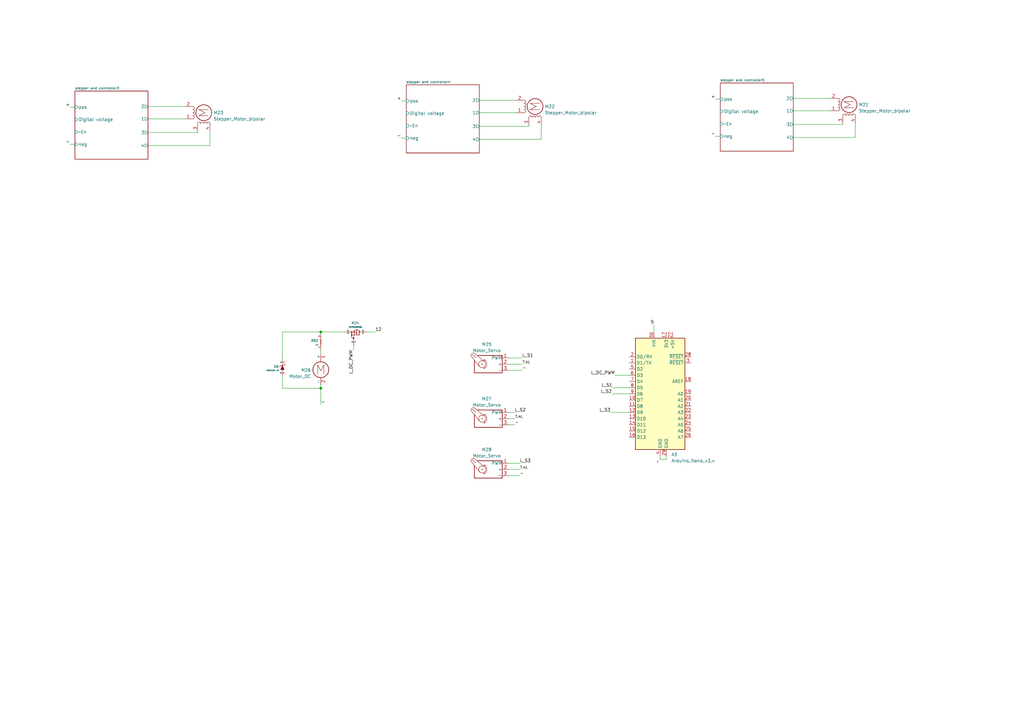
<source format=kicad_sch>
(kicad_sch (version 20211123) (generator eeschema)
  (paper "A3")
  (title_block (title "3D robot project - electronics") (rev "v0.9") (comment 1 "made by:") (comment 2 "AbdAlHaleem Bakkor Mustafa"))
  (lib_symbols
    (symbol "Diodes:RB161QS-40" (pin_names (offset 0))
      (property "Reference" "D" (at 0 2.286 0))
      (property "Value" "RB161QS-40" (at 0 -2.286 0))
      (symbol "RB161QS-40_0_1"
        (polyline (pts (xy 0.762 -0.762) (xy 0.762 0.762) (xy -1.016 0) (xy 0.762 -0.762)) (stroke (width 0.1)) (fill (type outline)))
        (polyline (pts (xy -1.524 -0.762) (xy -1.524 -1.016) (xy -1.016 -1.016) (xy -1.016 1.016) (xy -0.508 1.016) (xy -0.508 0.762)) (stroke (width 0.1524)))
      )
      (symbol "RB161QS-40_1_1"
        (pin unspecified line (at -3.556 0 0) (length 2.5) (name "N") (number "1"))
        (pin unspecified line (at 3.302 0 180) (length 2.5) (name "P") (number "2"))
      )
    )
    (symbol "E-MOSFETs:RHP020N06" (pin_names (offset 0))
      (property "Reference" "M" (at 2.286 1.016 0))
      (property "Value" "RHP020N06" (at 4.572 -0.762 0))
      (symbol "RHP020N06_0_1"
        (circle (center -2.54 -1.27) (radius 0.254) (stroke (width 0.01)) (fill (type outline)))
        (circle (center 0 -2.032) (radius 0.254) (stroke (width 0.01)) (fill (type outline)))
        (circle (center 0 -1.016) (radius 0.254) (stroke (width 0.01)) (fill (type outline)))
        (polyline (pts (xy -1.27 -1.27) (xy -2.54 -1.27)) (stroke (width 0.1524)))
        (polyline (pts (xy -1.27 -1.27) (xy -1.27 1.27)) (stroke (width 0.1524)))
        (polyline (pts (xy -1.016 -1.27) (xy -1.016 -0.762)) (stroke (width 0.1524)))
        (polyline (pts (xy -1.016 -0.254) (xy -1.016 0.254)) (stroke (width 0.1524)))
        (polyline (pts (xy -1.016 0.762) (xy -1.016 1.27)) (stroke (width 0.1524)))
        (polyline (pts (xy 0 -2.032) (xy -0.762 -2.032)) (stroke (width 0.1524)))
        (polyline (pts (xy 0 -2.032) (xy 0 -1.016)) (stroke (width 0.1524)))
        (polyline (pts (xy 0 1.016) (xy -1.016 1.016)) (stroke (width 0.1524)))
        (polyline (pts (xy 0.508 0.254) (xy 1.016 0.254)) (stroke (width 0.1524)))
        (polyline (pts (xy -1.524 -2.032) (xy -2.54 -2.032) (xy -2.54 -1.27)) (stroke (width 0.1524)))
        (polyline (pts (xy 0 -1.016) (xy 0.762 -1.016) (xy 0.762 -0.254)) (stroke (width 0.1524)))
        (polyline (pts (xy 0 1.016) (xy 0.762 1.016) (xy 0.762 0.254)) (stroke (width 0.1524)))
        (polyline (pts (xy -1.651 -2.286) (xy -1.143 -2.032) (xy -1.651 -1.778) (xy -1.651 -2.286)) (stroke (width 0.1)) (fill (type outline)))
        (polyline (pts (xy -1.016 -2.413) (xy -1.143 -2.286) (xy -1.143 -1.778) (xy -1.27 -1.651)) (stroke (width 0.1)))
        (polyline (pts (xy -1.016 0) (xy 0 0) (xy 0 -1.016) (xy -1.016 -1.016)) (stroke (width 0.1524)))
        (polyline (pts (xy -0.635 -1.778) (xy -1.143 -2.032) (xy -0.635 -2.286) (xy -0.635 -1.778)) (stroke (width 0.1)) (fill (type outline)))
        (polyline (pts (xy -0.254 0.254) (xy -0.762 0) (xy -0.254 -0.254) (xy -0.254 0.254)) (stroke (width 0.1)) (fill (type outline)))
        (polyline (pts (xy 1.016 -0.254) (xy 0.762 0.254) (xy 0.508 -0.254) (xy 1.016 -0.254)) (stroke (width 0.1)) (fill (type outline)))
        (circle (center 0 1.016) (radius 0.254) (stroke (width 0.01)) (fill (type outline)))
      )
      (symbol "RHP020N06_1_1"
        (pin unspecified line (at -5.588 -1.27 0) (length 3) (name "G") (number "1"))
        (pin unspecified line (at 0 4.064 270) (length 3) (name "D") (number "2"))
        (pin unspecified line (at 0 -5.08 90) (length 3) (name "S") (number "3"))
      )
    )
    (symbol "MCU_Module:Arduino_Nano_v3.x"
      (property "Reference" "A" (at -10.16 23.495 0))
      (property "Value" "Arduino_Nano_v3.x" (at 5.08 -24.13 0))
      (symbol "Arduino_Nano_v3.x_0_1"
        (rectangle (start -10.16 22.86) (end 10.16 -22.86) (stroke (width 0.254)) (fill (type background)))
      )
      (symbol "Arduino_Nano_v3.x_1_1"
        (pin bidirectional line (at -12.7 12.7 0) (length 2.54) (name "D1/TX") (number "1"))
        (pin bidirectional line (at -12.7 -2.54 0) (length 2.54) (name "D7") (number "10"))
        (pin bidirectional line (at -12.7 -5.08 0) (length 2.54) (name "D8") (number "11"))
        (pin bidirectional line (at -12.7 -7.62 0) (length 2.54) (name "D9") (number "12"))
        (pin bidirectional line (at -12.7 -10.16 0) (length 2.54) (name "D10") (number "13"))
        (pin bidirectional line (at -12.7 -12.7 0) (length 2.54) (name "D11") (number "14"))
        (pin bidirectional line (at -12.7 -15.24 0) (length 2.54) (name "D12") (number "15"))
        (pin bidirectional line (at -12.7 -17.78 0) (length 2.54) (name "D13") (number "16"))
        (pin power_out line (at 2.54 25.4 270) (length 2.54) (name "3V3") (number "17"))
        (pin input line (at 12.7 5.08 180) (length 2.54) (name "AREF") (number "18"))
        (pin bidirectional line (at 12.7 0 180) (length 2.54) (name "A0") (number "19"))
        (pin bidirectional line (at -12.7 15.24 0) (length 2.54) (name "D0/RX") (number "2"))
        (pin bidirectional line (at 12.7 -2.54 180) (length 2.54) (name "A1") (number "20"))
        (pin bidirectional line (at 12.7 -5.08 180) (length 2.54) (name "A2") (number "21"))
        (pin bidirectional line (at 12.7 -7.62 180) (length 2.54) (name "A3") (number "22"))
        (pin bidirectional line (at 12.7 -10.16 180) (length 2.54) (name "A4") (number "23"))
        (pin bidirectional line (at 12.7 -12.7 180) (length 2.54) (name "A5") (number "24"))
        (pin bidirectional line (at 12.7 -15.24 180) (length 2.54) (name "A6") (number "25"))
        (pin bidirectional line (at 12.7 -17.78 180) (length 2.54) (name "A7") (number "26"))
        (pin power_out line (at 5.08 25.4 270) (length 2.54) (name "+5V") (number "27"))
        (pin input line (at 12.7 15.24 180) (length 2.54) (name "~{RESET}") (number "28"))
        (pin power_in line (at 2.54 -25.4 90) (length 2.54) (name "GND") (number "29"))
        (pin input line (at 12.7 12.7 180) (length 2.54) (name "~{RESET}") (number "3"))
        (pin power_in line (at -2.54 25.4 270) (length 2.54) (name "VIN") (number "30"))
        (pin power_in line (at 0 -25.4 90) (length 2.54) (name "GND") (number "4"))
        (pin bidirectional line (at -12.7 10.16 0) (length 2.54) (name "D2") (number "5"))
        (pin bidirectional line (at -12.7 7.62 0) (length 2.54) (name "D3") (number "6"))
        (pin bidirectional line (at -12.7 5.08 0) (length 2.54) (name "D4") (number "7"))
        (pin bidirectional line (at -12.7 2.54 0) (length 2.54) (name "D5") (number "8"))
        (pin bidirectional line (at -12.7 0 0) (length 2.54) (name "D6") (number "9"))
      )
    )
    (symbol "Motor:Motor_DC" (pin_names (offset 0))
      (property "Reference" "M" (at 2.54 2.54 0))
      (property "Value" "Motor_DC" (at 2.54 -5.08 0))
      (symbol "Motor_DC_0_0"
        (polyline (pts (xy -1.27 -3.302) (xy -1.27 0.508) (xy 0 -2.032) (xy 1.27 0.508) (xy 1.27 -3.302)))
      )
      (symbol "Motor_DC_0_1"
        (circle (center 0 -1.524) (radius 3.2512) (stroke (width 0.254)))
        (polyline (pts (xy 0 -7.62) (xy 0 -7.112)))
        (polyline (pts (xy 0 -4.7752) (xy 0 -5.1816)))
        (polyline (pts (xy 0 1.7272) (xy 0 2.0828)))
        (polyline (pts (xy 0 2.032) (xy 0 2.54)))
      )
      (symbol "Motor_DC_1_1"
        (pin passive line (at 0 5.08 270) (length 2.54) (name "+") (number "1"))
        (pin passive line (at 0 -7.62 90) (length 2.54) (name "-") (number "2"))
      )
    )
    (symbol "Motor:Motor_Servo" (pin_names (offset 0.0254))
      (property "Reference" "M" (at -5.08 4.445 0))
      (property "Value" "Motor_Servo" (at -5.08 -4.064 0))
      (symbol "Motor_Servo_0_1"
        (polyline (pts (xy 2.413 -1.778) (xy 2.032 -1.778)))
        (polyline (pts (xy 2.413 -1.778) (xy 2.286 -1.397)))
        (polyline (pts (xy 2.413 1.778) (xy 1.905 1.778)))
        (polyline (pts (xy 2.413 1.778) (xy 2.286 1.397)))
        (polyline (pts (xy 6.35 4.445) (xy 2.54 1.27)))
        (polyline (pts (xy 7.62 3.175) (xy 4.191 -1.016)))
        (polyline (pts (xy 5.08 3.556) (xy -5.08 3.556) (xy -5.08 -3.556) (xy 6.35 -3.556) (xy 6.35 1.524)) (stroke (width 0.254)))
        (arc (start 2.413 1.778) (mid 1.2406 0) (end 2.413 -1.778))
        (circle (center 3.175 0) (radius 0.1778))
        (circle (center 3.175 0) (radius 1.4224))
        (circle (center 5.969 2.794) (radius 0.127))
        (circle (center 6.477 3.302) (radius 0.127))
        (circle (center 6.985 3.81) (radius 0.127))
        (arc (start 7.62 3.175) (mid 7.4485 4.2735) (end 6.35 4.445))
      )
      (symbol "Motor_Servo_1_1"
        (pin passive line (at -7.62 2.54 0) (length 2.54) (name "PWM") (number "1"))
        (pin passive line (at -7.62 0 0) (length 2.54) (name "+") (number "2"))
        (pin passive line (at -7.62 -2.54 0) (length 2.54) (name "-") (number "3"))
      )
    )
    (symbol "Motor:Stepper_Motor_bipolar" (pin_names (offset 0) hide)
      (property "Reference" "M" (at 3.81 2.54 0))
      (property "Value" "Stepper_Motor_bipolar" (at 3.81 1.27 0))
      (symbol "Stepper_Motor_bipolar_0_0"
        (polyline (pts (xy -1.27 -1.778) (xy -1.27 2.032) (xy 0 -0.508) (xy 1.27 2.032) (xy 1.27 -1.778)))
      )
      (symbol "Stepper_Motor_bipolar_0_1"
        (arc (start -4.445 -2.54) (mid -3.81 -1.905) (end -4.445 -1.27))
        (arc (start -4.445 -1.27) (mid -3.81 -0.635) (end -4.445 0))
        (arc (start -4.445 0) (mid -3.81 0.635) (end -4.445 1.27))
        (arc (start -4.445 1.27) (mid -3.81 1.905) (end -4.445 2.54))
        (arc (start -2.54 4.445) (mid -1.905 3.81) (end -1.27 4.445))
        (arc (start -1.27 4.445) (mid -0.635 3.81) (end 0 4.445))
        (polyline (pts (xy -5.08 -2.54) (xy -4.445 -2.54)))
        (polyline (pts (xy -5.08 2.54) (xy -4.445 2.54)))
        (polyline (pts (xy -2.54 5.08) (xy -2.54 4.445)))
        (polyline (pts (xy 2.54 5.08) (xy 2.54 4.445)))
        (circle (center 0 0) (radius 3.2512) (stroke (width 0.254)))
        (arc (start 0 4.445) (mid 0.635 3.81) (end 1.27 4.445))
        (arc (start 1.27 4.445) (mid 1.905 3.81) (end 2.54 4.445))
      )
      (symbol "Stepper_Motor_bipolar_1_1"
        (pin passive line (at -2.54 7.62 270) (length 2.54) (name "~") (number "1"))
        (pin passive line (at 2.54 7.62 270) (length 2.54) (name "-") (number "2"))
        (pin passive line (at -7.62 2.54 0) (length 2.54) (name "~") (number "3"))
        (pin passive line (at -7.62 -2.54 0) (length 2.54) (name "~") (number "4"))
      )
    )
    (symbol "Resistors:MCR03EZPFX" (pin_names (offset 0))
      (property "Reference" "R" (at 0 1.778 0))
      (property "Value" "MCR03EZPFX" (at 0 -2.032 0))
      (symbol "MCR03EZPFX_0_1"
        (polyline (pts (xy -1.27 0) (xy -1.016 -0.254) (xy -0.762 0.254) (xy -0.508 -0.254) (xy -0.254 0.254) (xy 0 -0.254) (xy 0.254 0.254) (xy 0.508 -0.254) (xy 0.762 0.254) (xy 1.016 -0.254) (xy 1.27 0)) (stroke (width 0.1524)))
      )
      (symbol "MCR03EZPFX_1_1"
        (pin passive line (at -3.302 0 0) (length 2) (name "") (number "1"))
        (pin passive line (at 3.302 0 180) (length 2) (name "") (number "2"))
      )
    )
  )
  (junction (at 131.572 136.144))
  (junction (at 131.572 159.258))
  (wire (pts (xy 270.764 188.468) (xy 273.304 188.468)))
  (wire (pts (xy 60.706 54.356) (xy 81.026 54.356)))
  (wire (pts (xy 164.592 56.642) (xy 166.624 56.642)))
  (wire (pts (xy 258.064 153.924) (xy 252.222 153.924)))
  (wire (pts (xy 221.996 57.15) (xy 221.996 51.308)))
  (wire (pts (xy 145.034 141.732) (xy 145.034 143.51)))
  (wire (pts (xy 208.534 192.532) (xy 213.106 192.532)))
  (wire (pts (xy 216.916 51.816) (xy 216.916 51.308)))
  (wire (pts (xy 208.534 174.244) (xy 211.074 174.244)))
  (wire (pts (xy 131.572 136.144) (xy 115.824 136.144)))
  (wire (pts (xy 273.304 188.468) (xy 273.304 186.944)))
  (wire (pts (xy 196.596 41.148) (xy 211.836 41.148)))
  (wire (pts (xy 325.374 56.388) (xy 350.774 56.388)))
  (wire (pts (xy 325.374 45.466) (xy 340.614 45.466)))
  (wire (pts (xy 350.774 56.388) (xy 350.774 50.546)))
  (wire (pts (xy 268.224 133.096) (xy 268.224 136.144)))
  (wire (pts (xy 141.224 136.144) (xy 131.572 136.144)))
  (wire (pts (xy 60.706 48.768) (xy 75.946 48.768)))
  (wire (pts (xy 208.534 146.812) (xy 214.122 146.812)))
  (wire (pts (xy 208.534 169.164) (xy 211.074 169.164)))
  (wire (pts (xy 293.37 55.88) (xy 295.402 55.88)))
  (wire (pts (xy 86.106 59.69) (xy 86.106 53.848)))
  (wire (pts (xy 208.534 149.352) (xy 214.122 149.352)))
  (wire (pts (xy 131.572 159.258) (xy 131.572 157.734)))
  (wire (pts (xy 115.824 159.258) (xy 131.572 159.258)))
  (wire (pts (xy 196.596 46.228) (xy 211.836 46.228)))
  (wire (pts (xy 196.596 51.816) (xy 216.916 51.816)))
  (wire (pts (xy 196.596 57.15) (xy 221.996 57.15)))
  (wire (pts (xy 208.534 189.992) (xy 213.106 189.992)))
  (wire (pts (xy 250.444 169.164) (xy 258.064 169.164)))
  (wire (pts (xy 164.592 41.402) (xy 166.624 41.402)))
  (wire (pts (xy 250.952 161.544) (xy 258.064 161.544)))
  (wire (pts (xy 325.374 51.054) (xy 345.694 51.054)))
  (wire (pts (xy 60.706 59.69) (xy 86.106 59.69)))
  (wire (pts (xy 115.824 136.144) (xy 115.824 147.32)))
  (wire (pts (xy 115.824 154.178) (xy 115.824 159.258)))
  (wire (pts (xy 270.764 186.944) (xy 270.764 188.468)))
  (wire (pts (xy 208.534 195.072) (xy 213.106 195.072)))
  (wire (pts (xy 81.026 54.356) (xy 81.026 53.848)))
  (wire (pts (xy 131.572 143.51) (xy 131.572 145.034)))
  (wire (pts (xy 208.534 171.704) (xy 211.074 171.704)))
  (wire (pts (xy 150.368 136.144) (xy 153.924 136.144)))
  (wire (pts (xy 251.206 159.004) (xy 258.064 159.004)))
  (wire (pts (xy 28.702 59.182) (xy 30.734 59.182)))
  (wire (pts (xy 28.702 43.942) (xy 30.734 43.942)))
  (wire (pts (xy 293.37 40.64) (xy 295.402 40.64)))
  (wire (pts (xy 325.374 40.386) (xy 340.614 40.386)))
  (wire (pts (xy 60.706 43.688) (xy 75.946 43.688)))
  (wire (pts (xy 345.694 51.054) (xy 345.694 50.546)))
  (wire (pts (xy 131.572 159.258) (xy 131.572 165.862)))
  (wire (pts (xy 208.534 151.892) (xy 214.122 151.892)))
  (wire (pts (xy 131.572 136.906) (xy 131.572 136.144)))
  (label "5" (at 268.224 133.096 180))
  (label "-" (at 131.572 165.862 0))
  (label "-" (at 293.37 55.88 180))
  (label "-" (at 164.592 56.642 180))
  (label "7.4L" (at 211.074 171.704 0) (effects (font (size 1 1))))
  (label "+" (at 293.37 40.64 180))
  (label "L_S2" (at 211.074 169.164 0))
  (label "-" (at 211.074 174.244 0))
  (label "-" (at 214.122 151.892 0))
  (label "-" (at 270.764 188.468 270))
  (label "L_S3" (at 250.444 169.164 180))
  (label "-" (at 213.106 195.072 0))
  (label "+" (at 164.592 41.402 180))
  (label "12" (at 153.924 136.144 0))
  (label "L_S3" (at 213.106 189.992 0))
  (label "-" (at 28.702 59.182 180))
  (label "L_DC_PWM" (at 252.222 153.924 180))
  (label "+" (at 28.702 43.942 180))
  (label "7.4L" (at 213.106 192.532 0) (effects (font (size 1 1))))
  (label "L_S1" (at 251.206 159.004 180))
  (label "L_DC_PWM" (at 145.034 143.51 270))
  (label "L_S2" (at 250.952 161.544 180))
  (label "L_S1" (at 214.122 146.812 0))
  (label "7.4L" (at 214.122 149.352 0) (effects (font (size 1 1))))
  (symbol (lib_id "Resistors:MCR03EZPFX") (at 131.572 140.208 270) (mirror x) (unit 1)
    (property "Reference" "R92" (at 130.6068 139.7467 90) (effects (font (size 1 1)) (justify right)))
    (property "Value" "11" (at 130.6068 141.4388 90) (effects (font (size 0.6 0.6)) (justify right)))
    (property "Footprint" "Resistors:MCR03EZPFX" (effects hide))
    (property "Datasheet" "https://fscdn.rohm.com/en/products/databook/datasheet/passive/resistor/chip_resistor/mcr-e.pdf" (effects hide))
  )
  (symbol (lib_id "Diodes:RB161QS-40") (at 115.824 150.876 90) (mirror x) (unit 1)
    (property "Reference" "D6" (at 114.3508 150.3333 90) (effects (font (size 1 1)) (justify left)))
    (property "Value" "RB161QS-40" (at 114.3508 151.9355 90) (effects (font (size 0.5 0.5)) (justify left)))
    (property "Footprint" "Diodes:RB161QS-40T18R" (effects hide))
    (property "Datasheet" "https://fscdn.rohm.com/en/products/databook/datasheet/discrete/diode/schottky_barrier/rb161qs-40-e.pdf" (effects hide))
    (property "Spice_Primitive" "D" (effects hide))
    (property "Spice_Model" "RB161QS-40" (effects hide))
    (property "Spice_Netlist_Enabled" "Y" (effects hide))
    (property "Spice_Node_Sequence" "2 1" (effects hide))
    (property "Spice_Lib_File" "/home/abode/data/work/circuits_design/ngspice/vendors/Diodes.lib" (effects hide))
  )
  (symbol (lib_id "Motor:Motor_Servo") (at 200.914 149.352 0) (mirror y) (unit 1)
    (property "Reference" "M25" (at 199.6551 141.2294 0))
    (property "Value" "Motor_Servo" (at 199.6551 143.7663 0))
    (property "Datasheet" "http://forums.parallax.com/uploads/attachments/46831/74481.png" (effects hide))
  )
  (symbol (lib_id "Motor:Motor_Servo") (at 200.914 192.532 0) (mirror y) (unit 1)
    (property "Reference" "M28" (at 199.6551 184.4094 0))
    (property "Value" "Motor_Servo" (at 199.6551 186.9463 0))
    (property "Datasheet" "http://forums.parallax.com/uploads/attachments/46831/74481.png" (effects hide))
  )
  (symbol (lib_id "Motor:Stepper_Motor_bipolar") (at 348.234 42.926 90) (unit 1)
    (property "Reference" "M21" (at 352.2472 42.9422 90) (effects (justify right)))
    (property "Value" "Stepper_Motor_bipolar" (at 352.2472 45.4791 90) (effects (justify right)))
    (property "Footprint" "Connectors:1-350944-0" (effects hide))
    (property "Datasheet" "http://www.infineon.com/dgdl/Application-Note-TLE8110EE_driving_UniPolarStepperMotor_V1.1.pdf?fileId=db3a30431be39b97011be5d0aa0a00b0" (effects hide))
  )
  (symbol (lib_id "Motor:Stepper_Motor_bipolar") (at 83.566 46.228 90) (unit 1)
    (property "Reference" "M23" (at 87.5792 46.2442 90) (effects (justify right)))
    (property "Value" "Stepper_Motor_bipolar" (at 87.5792 48.7811 90) (effects (justify right)))
    (property "Footprint" "Connectors:1-350944-0" (effects hide))
    (property "Datasheet" "http://www.infineon.com/dgdl/Application-Note-TLE8110EE_driving_UniPolarStepperMotor_V1.1.pdf?fileId=db3a30431be39b97011be5d0aa0a00b0" (effects hide))
  )
  (symbol (lib_id "Motor:Motor_DC") (at 131.572 150.114 0) (mirror y) (unit 1)
    (property "Reference" "M26" (at 127.5588 151.8193 0) (effects (justify left)))
    (property "Value" "Motor_DC" (at 127.5588 154.3562 0) (effects (justify left)))
  )
  (symbol (lib_id "Motor:Stepper_Motor_bipolar") (at 219.456 43.688 90) (unit 1)
    (property "Reference" "M22" (at 223.4692 43.7042 90) (effects (justify right)))
    (property "Value" "Stepper_Motor_bipolar" (at 223.4692 46.2411 90) (effects (justify right)))
    (property "Footprint" "Connectors:1-350944-0" (effects hide))
    (property "Datasheet" "http://www.infineon.com/dgdl/Application-Note-TLE8110EE_driving_UniPolarStepperMotor_V1.1.pdf?fileId=db3a30431be39b97011be5d0aa0a00b0" (effects hide))
  )
  (symbol (lib_id "Motor:Motor_Servo") (at 200.914 171.704 0) (mirror y) (unit 1)
    (property "Reference" "M27" (at 199.6551 163.5814 0))
    (property "Value" "Motor_Servo" (at 199.6551 166.1183 0))
    (property "Datasheet" "http://forums.parallax.com/uploads/attachments/46831/74481.png" (effects hide))
  )
  (symbol (lib_id "E-MOSFETs:RHP020N06") (at 146.304 136.144 270) (mirror x) (unit 1)
    (property "Reference" "M24" (at 145.7456 132.4684 90) (effects (font (size 1 1))))
    (property "Value" "RHP020N06" (at 145.7456 134.1605 90) (effects (font (size 0.6 0.6))))
    (property "Footprint" "E-MOSFETs:RHP020N06T100" (effects hide))
    (property "Datasheet" "https://fscdn.rohm.com/en/products/databook/datasheet/discrete/transistor/mosfet/rhp020n06.pdf" (effects hide))
    (property "Spice_Primitive" "X" (effects hide))
    (property "Spice_Model" "RHP020N06" (effects hide))
    (property "Spice_Netlist_Enabled" "Y" (effects hide))
    (property "Spice_Lib_File" "/home/abode/data/work/circuits_design/ngspice/vendors/E-MOSFETs.lib" (effects hide))
  )
  (symbol (lib_id "MCU_Module:Arduino_Nano_v3.x") (at 270.764 161.544 0) (unit 1)
    (property "Reference" "A3" (at 275.3234 186.4344 0) (effects (justify left)))
    (property "Value" "Arduino_Nano_v3.x" (at 275.3234 188.9713 0) (effects (justify left)))
    (property "Footprint" "Module:Arduino_Nano" (effects hide))
    (property "Datasheet" "http://www.mouser.com/pdfdocs/Gravitech_Arduino_Nano3_0.pdf" (effects hide))
  )
  (sheet (at 166.624 34.798) (size 29.972 27.94) (stroke (width 0.1524))
    (property "Sheet name" "stepper and controller4" (at 166.624 34.2214 0) (effects (font (size 1 1)) (justify left bottom)))
    (property "Sheet file" "stepper and controller.kicad_sch" (effects hide))
    (pin "neg" input (at 166.624 56.642 180))
    (pin "pos" input (at 166.624 41.402 180))
    (pin "Digital voltage" input (at 166.624 46.482 180))
    (pin "~En" input (at 166.624 51.562 180))
    (pin "2" output (at 196.596 41.148 0))
    (pin "1" output (at 196.596 46.228 0))
    (pin "3" output (at 196.596 51.816 0))
    (pin "4" output (at 196.596 57.15 0))
  )
  (sheet (at 295.402 34.036) (size 29.972 27.94) (stroke (width 0.1524))
    (property "Sheet name" "stepper and controller5" (at 295.402 33.4594 0) (effects (font (size 1 1)) (justify left bottom)))
    (property "Sheet file" "stepper and controller.kicad_sch" (effects hide))
    (pin "neg" input (at 295.402 55.88 180))
    (pin "pos" input (at 295.402 40.64 180))
    (pin "Digital voltage" input (at 295.402 45.72 180))
    (pin "~En" input (at 295.402 50.8 180))
    (pin "2" output (at 325.374 40.386 0))
    (pin "1" output (at 325.374 45.466 0))
    (pin "3" output (at 325.374 51.054 0))
    (pin "4" output (at 325.374 56.388 0))
  )
  (sheet (at 30.734 37.338) (size 29.972 27.94) (stroke (width 0.1524))
    (property "Sheet name" "stepper and controller3" (at 30.734 36.7614 0) (effects (font (size 1 1)) (justify left bottom)))
    (property "Sheet file" "stepper and controller.kicad_sch" (effects hide))
    (pin "neg" input (at 30.734 59.182 180))
    (pin "pos" input (at 30.734 43.942 180))
    (pin "Digital voltage" input (at 30.734 49.022 180))
    (pin "~En" input (at 30.734 54.102 180))
    (pin "2" output (at 60.706 43.688 0))
    (pin "1" output (at 60.706 48.768 0))
    (pin "3" output (at 60.706 54.356 0))
    (pin "4" output (at 60.706 59.69 0))
  )
)
</source>
